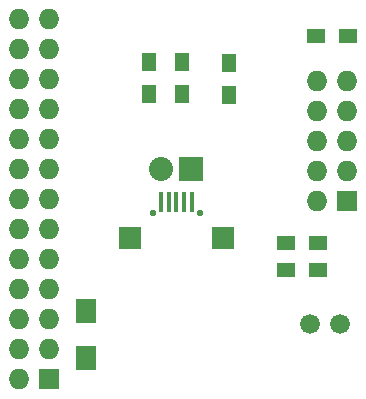
<source format=gbr>
G04 #@! TF.FileFunction,Soldermask,Top*
%FSLAX46Y46*%
G04 Gerber Fmt 4.6, Leading zero omitted, Abs format (unit mm)*
G04 Created by KiCad (PCBNEW 4.0.1-stable) date 7/29/2016 10:59:53 AM*
%MOMM*%
G01*
G04 APERTURE LIST*
%ADD10C,0.150000*%
%ADD11R,0.400000X1.800000*%
%ADD12C,0.550000*%
%ADD13R,1.900000X1.900000*%
%ADD14R,1.500000X1.300000*%
%ADD15R,1.300000X1.500000*%
%ADD16R,1.727200X1.727200*%
%ADD17O,1.727200X1.727200*%
%ADD18R,1.700000X2.000000*%
%ADD19R,2.032000X2.032000*%
%ADD20O,2.032000X2.032000*%
%ADD21C,1.676400*%
G04 APERTURE END LIST*
D10*
D11*
X13940000Y-17380000D03*
X14590000Y-17380000D03*
X15240000Y-17380000D03*
X15890000Y-17380000D03*
X16540000Y-17380000D03*
D12*
X13240000Y-18305000D03*
X17240000Y-18305000D03*
D13*
X11290000Y-20405000D03*
X19190000Y-20405000D03*
D14*
X27258000Y-23114000D03*
X24558000Y-23114000D03*
X24558000Y-20828000D03*
X27258000Y-20828000D03*
D15*
X19685000Y-8335000D03*
X19685000Y-5635000D03*
D14*
X29798000Y-3302000D03*
X27098000Y-3302000D03*
D15*
X15748000Y-8208000D03*
X15748000Y-5508000D03*
D16*
X4445000Y-32385000D03*
D17*
X1905000Y-32385000D03*
X4445000Y-29845000D03*
X1905000Y-29845000D03*
X4445000Y-27305000D03*
X1905000Y-27305000D03*
X4445000Y-24765000D03*
X1905000Y-24765000D03*
X4445000Y-22225000D03*
X1905000Y-22225000D03*
X4445000Y-19685000D03*
X1905000Y-19685000D03*
X4445000Y-17145000D03*
X1905000Y-17145000D03*
X4445000Y-14605000D03*
X1905000Y-14605000D03*
X4445000Y-12065000D03*
X1905000Y-12065000D03*
X4445000Y-9525000D03*
X1905000Y-9525000D03*
X4445000Y-6985000D03*
X1905000Y-6985000D03*
X4445000Y-4445000D03*
X1905000Y-4445000D03*
X4445000Y-1905000D03*
X1905000Y-1905000D03*
D16*
X29718000Y-17272000D03*
D17*
X27178000Y-17272000D03*
X29718000Y-14732000D03*
X27178000Y-14732000D03*
X29718000Y-12192000D03*
X27178000Y-12192000D03*
X29718000Y-9652000D03*
X27178000Y-9652000D03*
X29718000Y-7112000D03*
X27178000Y-7112000D03*
D18*
X7620000Y-30575000D03*
X7620000Y-26575000D03*
D15*
X12954000Y-5508000D03*
X12954000Y-8208000D03*
D19*
X16510000Y-14605000D03*
D20*
X13970000Y-14605000D03*
D21*
X26543000Y-27686000D03*
X29083000Y-27686000D03*
M02*

</source>
